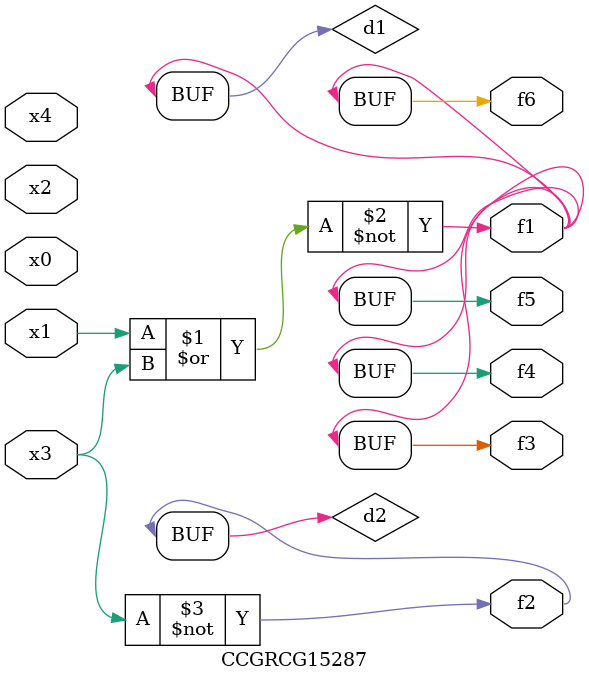
<source format=v>
module CCGRCG15287(
	input x0, x1, x2, x3, x4,
	output f1, f2, f3, f4, f5, f6
);

	wire d1, d2;

	nor (d1, x1, x3);
	not (d2, x3);
	assign f1 = d1;
	assign f2 = d2;
	assign f3 = d1;
	assign f4 = d1;
	assign f5 = d1;
	assign f6 = d1;
endmodule

</source>
